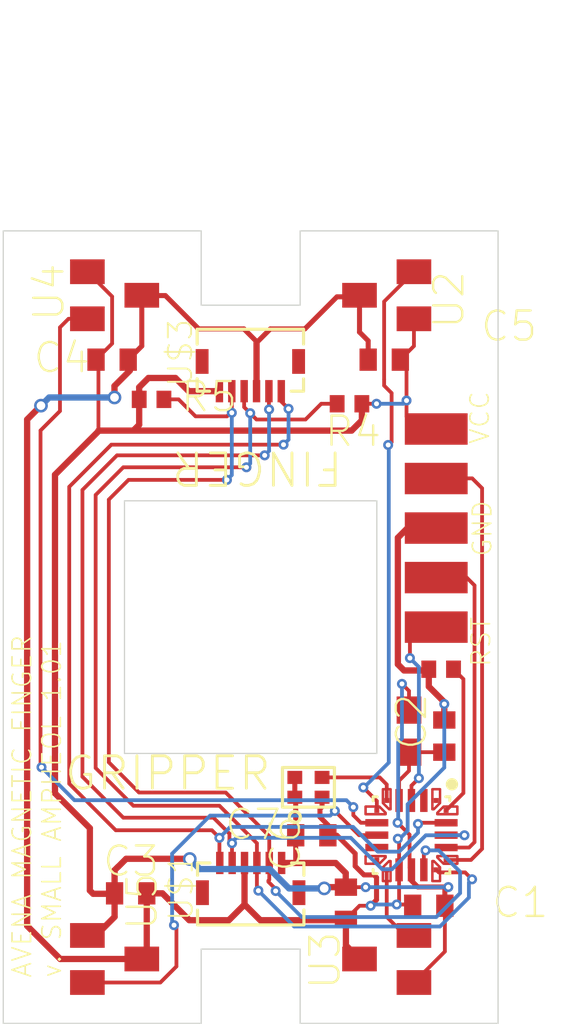
<source format=kicad_pcb>
(kicad_pcb (version 20211014) (generator pcbnew)
  (layers (0 "F.Cu" signal) (31 "B.Cu" signal) (34 "B.Paste" user) (35 "F.Paste" user) (36 "B.SilkS" user "B.Silkscreen") (37 "F.SilkS" user "F.Silkscreen") (38 "B.Mask" user) (39 "F.Mask" user) (44 "Edge.Cuts" user))
  (net 0 "")
  (net 1 "VCC")
  (net 2 "GND")
  (net 3 "N$1")
  (net 4 "OUT1")
  (net 5 "OUT2")
  (net 6 "OUT3")
  (net 7 "OUT4")
  (net 8 "N$2")
  (net 9 "SWCLK")
  (net 10 "SWDIO")
  (net 11 "RST")
  (net 12 "I2C_SCL")
  (net 13 "I2C_SDA")
  (net 14 "UART_TX")
  (net 15 "UART_RX")
  (net 16 "CLOCK")
  (footprint "Magnetic Finger SMALL Ampheol:SMD1,27-2,54" (layer "F.Cu") (at 156.0011 99.0036 90)
    (fp_text reference "PAD2" hide)
    (fp_text value "WIREPADSMD1,27-254")
    (pad "1" smd rect (at 0 0 90) (size 1.27 2.54) (layers "F.Cu" "F.Paste" "F.Mask") (net 9 "SWCLK"))
  )
  (footprint "Magnetic Finger SMALL Ampheol:C0402" (layer "F.Cu") (at 156.3281 109.4036 90)
    (fp_text reference "C2" (at -0.635 -0.635 90) (layer "F.SilkS") (effects (font (size 1.176528 1.176528) (thickness 0.093472)) (justify left bottom)))
    (fp_text value "1uF")
    (pad "1" smd rect (at -0.65 0 90) (size 0.7 0.9) (layers "F.Cu" "F.Paste" "F.Mask") (net 3 "N$1"))
    (pad "2" smd rect (at 0.65 0 90) (size 0.7 0.9) (layers "F.Cu" "F.Paste" "F.Mask") (net 2 "GND"))
  )
  (footprint "Magnetic Finger SMALL Ampheol:SMD1,27-2,54" (layer "F.Cu") (at 156.0011 105.0036 90)
    (fp_text reference "PAD5" hide)
    (fp_text value "WIREPADSMD1,27-254")
    (pad "1" smd rect (at 0 0 90) (size 1.27 2.54) (layers "F.Cu" "F.Paste" "F.Mask") (net 11 "RST"))
  )
  (footprint "Magnetic Finger SMALL Ampheol:R0402" (layer "F.Cu") (at 152.4965 95.9846)
    (fp_text reference "R4" (at -1.0668 1.8034) (layer "F.SilkS") (effects (font (size 1.176528 1.176528) (thickness 0.093472)) (justify left bottom)))
    (fp_text value "")
    (pad "1" smd rect (at -0.5 0) (size 0.6 0.7) (layers "F.Cu" "F.Paste" "F.Mask") (net 13 "I2C_SDA"))
    (pad "2" smd rect (at 0.5 0) (size 0.6 0.7) (layers "F.Cu" "F.Paste" "F.Mask") (net 1 "VCC"))
  )
  (footprint "Magnetic Finger SMALL Ampheol:ASCO-8.000MHZ-EK-T3" (layer "F.Cu") (at 150.2867 111.0722)
    (fp_text reference "U$5" hide)
    (fp_text value "ASCO-8.000MHZ-EK-T3" hide)
    (pad "P$1" smd rect (at 0 0.8) (size 0.6 0.53) (layers "F.Cu" "F.Paste" "F.Mask") (net 1 "VCC"))
    (pad "P$2" smd rect (at 1.1 0.8) (size 0.6 0.53) (layers "F.Cu" "F.Paste" "F.Mask") (net 2 "GND"))
    (pad "P$3" smd rect (at 1.1 0) (size 0.6 0.53) (layers "F.Cu" "F.Paste" "F.Mask") (net 16 "CLOCK"))
    (pad "P$4" smd rect (at 0 0) (size 0.6 0.53) (layers "F.Cu" "F.Paste" "F.Mask") (net 1 "VCC"))
  )
  (footprint "Magnetic Finger SMALL Ampheol:SMD1,27-2,54" (layer "F.Cu") (at 156.0011 101.0036 90)
    (fp_text reference "PAD3" hide)
    (fp_text value "WIREPADSMD1,27-254")
    (pad "1" smd rect (at 0 0 90) (size 1.27 2.54) (layers "F.Cu" "F.Paste" "F.Mask") (net 2 "GND"))
  )
  (footprint "Magnetic Finger SMALL Ampheol:0603" (layer "F.Cu") (at 154.9011 109.2036 90)
    (fp_text reference "L1" hide)
    (fp_text value "33nH/±5%/500mA")
    (pad "1" smd rect (at -0.85 0 90) (size 1.1 1) (layers "F.Cu" "F.Paste" "F.Mask") (net 3 "N$1"))
    (pad "2" smd rect (at 0.85 0 90) (size 1.1 1) (layers "F.Cu" "F.Paste" "F.Mask") (net 1 "VCC"))
  )
  (footprint "Magnetic Finger SMALL Ampheol:SOT23-BEC" (layer "F.Cu") (at 143.0011 118.4036 -90)
    (fp_text reference "U5" (at -1.0922 -1.8034 90) (layer "F.SilkS") (effects (font (size 1.176528 1.176528) (thickness 0.093472)) (justify left bottom)))
    (fp_text value "DRV5056A4")
    (pad "B" smd rect (at -0.95 1.1 270) (size 1 1.4) (layers "F.Cu" "F.Paste" "F.Mask") (net 1 "VCC"))
    (pad "C" smd rect (at 0 -1.1 270) (size 1 1.4) (layers "F.Cu" "F.Paste" "F.Mask") (net 2 "GND"))
    (pad "E" smd rect (at 0.95 1.1 270) (size 1 1.4) (layers "F.Cu" "F.Paste" "F.Mask") (net 6 "OUT3"))
  )
  (footprint "Magnetic Finger SMALL Ampheol:59453-061110ECHLF" (layer "F.Cu") (at 147.2387 95.4766 90)
    (fp_text reference "U$3" (at 0.1052 -1.026 90) (layer "F.SilkS") (effects (font (size 0.941222 0.941222) (thickness 0.074778)) (justify left bottom)))
    (fp_text value "59453-061110ECHLF" hide)
    (pad "P$0" smd rect (at 1.2 -0.7 90) (size 1 0.52) (layers "F.Cu" "F.Paste" "F.Mask"))
    (pad "P$1" smd rect (at 0 0 90) (size 0.9 0.3) (layers "F.Cu" "F.Paste" "F.Mask") (net 1 "VCC"))
    (pad "P$2" smd rect (at 0 0.5 90) (size 0.9 0.3) (layers "F.Cu" "F.Paste" "F.Mask") (net 12 "I2C_SCL"))
    (pad "P$3" smd rect (at 0 1 90) (size 0.9 0.3) (layers "F.Cu" "F.Paste" "F.Mask") (net 13 "I2C_SDA"))
    (pad "P$4" smd rect (at 0 1.5 90) (size 0.9 0.3) (layers "F.Cu" "F.Paste" "F.Mask") (net 2 "GND"))
    (pad "P$5" smd rect (at 0 2 90) (size 0.9 0.3) (layers "F.Cu" "F.Paste" "F.Mask") (net 14 "UART_TX"))
    (pad "P$6" smd rect (at 0 2.5 90) (size 0.9 0.3) (layers "F.Cu" "F.Paste" "F.Mask") (net 15 "UART_RX"))
    (pad "P$8" smd rect (at 1.2 3.2 90) (size 1 0.52) (layers "F.Cu" "F.Paste" "F.Mask"))
  )
  (footprint "Magnetic Finger SMALL Ampheol:C0402" (layer "F.Cu") (at 155.7011 116.2536 180)
    (fp_text reference "C1" (at -2.4892 -0.5588) (layer "F.SilkS") (effects (font (size 1.176528 1.176528) (thickness 0.093472)) (justify left bottom)))
    (fp_text value "100nF")
    (pad "1" smd rect (at -0.65 0 180) (size 0.7 0.9) (layers "F.Cu" "F.Paste" "F.Mask") (net 1 "VCC"))
    (pad "2" smd rect (at 0.65 0 180) (size 0.7 0.9) (layers "F.Cu" "F.Paste" "F.Mask") (net 2 "GND"))
  )
  (footprint "Magnetic Finger SMALL Ampheol:SOT23-BEC" (layer "F.Cu") (at 143.0011 91.6036 -90)
    (fp_text reference "U4" (at 1.1166 1.9642 90) (layer "F.SilkS") (effects (font (size 1.176528 1.176528) (thickness 0.093472)) (justify left bottom)))
    (fp_text value "DRV5056A4")
    (pad "B" smd rect (at -0.95 1.1 270) (size 1 1.4) (layers "F.Cu" "F.Paste" "F.Mask") (net 1 "VCC"))
    (pad "C" smd rect (at 0 -1.1 270) (size 1 1.4) (layers "F.Cu" "F.Paste" "F.Mask") (net 2 "GND"))
    (pad "E" smd rect (at 0.95 1.1 270) (size 1 1.4) (layers "F.Cu" "F.Paste" "F.Mask") (net 5 "OUT2"))
  )
  (footprint "Magnetic Finger SMALL Ampheol:C0402" (layer "F.Cu") (at 150.9725 113.409 180)
    (fp_text reference "C7" (at 3.5814 -0.254) (layer "F.SilkS") (effects (font (size 1.176528 1.176528) (thickness 0.093472)) (justify left bottom)))
    (fp_text value "0,01uF")
    (pad "1" smd rect (at -0.65 0 180) (size 0.7 0.9) (layers "F.Cu" "F.Paste" "F.Mask") (net 2 "GND"))
    (pad "2" smd rect (at 0.65 0 180) (size 0.7 0.9) (layers "F.Cu" "F.Paste" "F.Mask") (net 1 "VCC"))
  )
  (footprint "Magnetic Finger SMALL Ampheol:R0402" (layer "F.Cu") (at 156.2011 106.7036)
    (fp_text reference "R1" hide)
    (fp_text value "100k")
    (pad "1" smd rect (at -0.5 0) (size 0.6 0.7) (layers "F.Cu" "F.Paste" "F.Mask") (net 2 "GND"))
    (pad "2" smd rect (at 0.5 0) (size 0.6 0.7) (layers "F.Cu" "F.Paste" "F.Mask") (net 8 "N$2"))
  )
  (footprint "Magnetic Finger SMALL Ampheol:SOT23-BEC" (layer "F.Cu") (at 154.0011 118.4036 90)
    (fp_text reference "U3" (at -1.2954 -1.8034 90) (layer "F.SilkS") (effects (font (size 1.176528 1.176528) (thickness 0.093472)) (justify left bottom)))
    (fp_text value "DRV5056A4")
    (pad "B" smd rect (at -0.95 1.1 90) (size 1 1.4) (layers "F.Cu" "F.Paste" "F.Mask") (net 1 "VCC"))
    (pad "C" smd rect (at 0 -1.1 90) (size 1 1.4) (layers "F.Cu" "F.Paste" "F.Mask") (net 2 "GND"))
    (pad "E" smd rect (at 0.95 1.1 90) (size 1 1.4) (layers "F.Cu" "F.Paste" "F.Mask") (net 7 "OUT4"))
  )
  (footprint "Magnetic Finger SMALL Ampheol:C0402" (layer "F.Cu") (at 153.9011 94.2036 180)
    (fp_text reference "C5" (at -3.8354 0.6604) (layer "F.SilkS") (effects (font (size 1.176528 1.176528) (thickness 0.093472)) (justify left bottom)))
    (fp_text value "")
    (pad "1" smd rect (at -0.65 0 180) (size 0.7 0.9) (layers "F.Cu" "F.Paste" "F.Mask") (net 1 "VCC"))
    (pad "2" smd rect (at 0.65 0 180) (size 0.7 0.9) (layers "F.Cu" "F.Paste" "F.Mask") (net 2 "GND"))
  )
  (footprint "Magnetic Finger SMALL Ampheol:SMD1,27-2,54" (layer "F.Cu") (at 156.0011 103.0036 90)
    (fp_text reference "PAD4" hide)
    (fp_text value "WIREPADSMD1,27-254")
    (pad "1" smd rect (at 0 0 90) (size 1.27 2.54) (layers "F.Cu" "F.Paste" "F.Mask") (net 10 "SWDIO"))
  )
  (footprint "Magnetic Finger SMALL Ampheol:C0402" (layer "F.Cu") (at 142.9011 94.2036)
    (fp_text reference "C4" (at -3.2512 0.6096) (layer "F.SilkS") (effects (font (size 1.176528 1.176528) (thickness 0.093472)) (justify left bottom)))
    (fp_text value "")
    (pad "1" smd rect (at -0.65 0) (size 0.7 0.9) (layers "F.Cu" "F.Paste" "F.Mask") (net 1 "VCC"))
    (pad "2" smd rect (at 0.65 0) (size 0.7 0.9) (layers "F.Cu" "F.Paste" "F.Mask") (net 2 "GND"))
  )
  (footprint "Magnetic Finger SMALL Ampheol:C0402" (layer "F.Cu") (at 143.6511 115.7536)
    (fp_text reference "C3" (at -1.1938 -0.6096) (layer "F.SilkS") (effects (font (size 1.176528 1.176528) (thickness 0.093472)) (justify left bottom)))
    (fp_text value "")
    (pad "1" smd rect (at -0.65 0) (size 0.7 0.9) (layers "F.Cu" "F.Paste" "F.Mask") (net 1 "VCC"))
    (pad "2" smd rect (at 0.65 0) (size 0.7 0.9) (layers "F.Cu" "F.Paste" "F.Mask") (net 2 "GND"))
  )
  (footprint "Magnetic Finger SMALL Ampheol:R0402" (layer "F.Cu") (at 144.4955 95.8068 180)
    (fp_text reference "R5" (at -1.1176 -0.5842) (layer "F.SilkS") (effects (font (size 1.176528 1.176528) (thickness 0.093472)) (justify left bottom)))
    (fp_text value "")
    (pad "1" smd rect (at -0.5 0 180) (size 0.6 0.7) (layers "F.Cu" "F.Paste" "F.Mask") (net 12 "I2C_SCL"))
    (pad "2" smd rect (at 0.5 0 180) (size 0.6 0.7) (layers "F.Cu" "F.Paste" "F.Mask") (net 1 "VCC"))
  )
  (footprint "Magnetic Finger SMALL Ampheol:SMD1,27-2,54" (layer "F.Cu") (at 156.0011 97.0036 90)
    (fp_text reference "PAD1" hide)
    (fp_text value "WIREPADSMD1,27-254")
    (pad "1" smd rect (at 0 0 90) (size 1.27 2.54) (layers "F.Cu" "F.Paste" "F.Mask") (net 1 "VCC"))
  )
  (footprint "Magnetic Finger SMALL Ampheol:QFN50P300X300X60-20N" (layer "F.Cu") (at 155.0011 113.4036 -90)
    (fp_text reference "U$2" hide)
    (fp_text value "STM32L011F4")
    (fp_poly (pts (xy 1.155 1.297929) (xy 1.155 1.855) (xy 0.845 1.855) (xy 0.845 1.045) (xy 0.902071 1.045)) (layer "F.Cu") (width 0.1) (fill none))
    (fp_poly (pts (xy -1.045 -0.902071) (xy -1.045 -0.845) (xy -1.855 -0.845) (xy -1.855 -1.155) (xy -1.297929 -1.155)) (layer "F.Cu") (width 0.1) (fill none))
    (fp_poly (pts (xy -0.845 1.855) (xy -1.155 1.855) (xy -1.155 1.297929) (xy -0.902071 1.045) (xy -0.845 1.045)) (layer "F.Cu") (width 0.1) (fill none))
    (fp_poly (pts (xy -0.845 -1.045) (xy -0.902071 -1.045) (xy -1.155 -1.297929) (xy -1.155 -1.855) (xy -0.845 -1.855)) (layer "F.Cu") (width 0.1) (fill none))
    (fp_poly (pts (xy 1.155 -1.297929) (xy 0.902071 -1.045) (xy 0.845 -1.045) (xy 0.845 -1.855) (xy 1.155 -1.855)) (layer "F.Cu") (width 0.1) (fill none))
    (fp_poly (pts (xy 1.855 -0.845) (xy 1.045 -0.845) (xy 1.045 -0.902071) (xy 1.297929 -1.155) (xy 1.855 -1.155)) (layer "F.Cu") (width 0.1) (fill none))
    (fp_poly (pts (xy 1.855 1.155) (xy 1.297929 1.155) (xy 1.045 0.902071) (xy 1.045 0.845) (xy 1.855 0.845)) (layer "F.Cu") (width 0.1) (fill none))
    (fp_poly (pts (xy -1.045 0.902071) (xy -1.297929 1.155) (xy -1.855 1.155) (xy -1.855 0.845) (xy -1.045 0.845)) (layer "F.Cu") (width 0.1) (fill none))
    (pad "1" smd rect (at -1.4 -1 270) (size 0.2 0.2) (layers "F.Cu" "F.Paste" "F.Mask"))
    (pad "2" smd rect (at -1.4 -0.5 270) (size 0.9291 0.3) (layers "F.Cu" "F.Paste" "F.Mask"))
    (pad "3" smd rect (at -1.4 0 270) (size 0.9291 0.3) (layers "F.Cu" "F.Paste" "F.Mask") (net 11 "RST"))
    (pad "4" smd rect (at -1.4 0.5 270) (size 0.9291 0.3) (layers "F.Cu" "F.Paste" "F.Mask") (net 3 "N$1"))
    (pad "5" smd rect (at -1.4 1 270) (size 0.2 0.2) (layers "F.Cu" "F.Paste" "F.Mask") (net 16 "CLOCK"))
    (pad "6" smd rect (at -1 1.4) (size 0.2 0.2) (layers "F.Cu" "F.Paste" "F.Mask") (net 4 "OUT1"))
    (pad "7" smd rect (at -0.5 1.4) (size 0.9291 0.3) (layers "F.Cu" "F.Paste" "F.Mask") (net 5 "OUT2"))
    (pad "8" smd rect (at 0 1.4) (size 0.9291 0.3) (layers "F.Cu" "F.Paste" "F.Mask") (net 6 "OUT3"))
    (pad "9" smd rect (at 0.5 1.4) (size 0.9291 0.3) (layers "F.Cu" "F.Paste" "F.Mask"))
    (pad "10" smd rect (at 1 1.4) (size 0.2 0.2) (layers "F.Cu" "F.Paste" "F.Mask"))
    (pad "11" smd rect (at 1.4 1 270) (size 0.2 0.2) (layers "F.Cu" "F.Paste" "F.Mask") (net 7 "OUT4"))
    (pad "12" smd rect (at 1.4 0.5 270) (size 0.9291 0.3) (layers "F.Cu" "F.Paste" "F.Mask") (net 2 "GND"))
    (pad "13" smd rect (at 1.4 0 270) (size 0.9291 0.3) (layers "F.Cu" "F.Paste" "F.Mask") (net 1 "VCC"))
    (pad "14" smd rect (at 1.4 -0.5 270) (size 0.9291 0.3) (layers "F.Cu" "F.Paste" "F.Mask") (net 12 "I2C_SCL"))
    (pad "15" smd rect (at 1.4 -1 270) (size 0.2 0.2) (layers "F.Cu" "F.Paste" "F.Mask") (net 13 "I2C_SDA"))
    (pad "16" smd rect (at 1 -1.4) (size 0.2 0.2) (layers "F.Cu" "F.Paste" "F.Mask") (net 9 "SWCLK"))
    (pad "17" smd rect (at 0.5 -1.4) (size 0.9291 0.3) (layers "F.Cu" "F.Paste" "F.Mask") (net 10 "SWDIO"))
    (pad "18" smd rect (at 0 -1.4) (size 0.9291 0.3) (layers "F.Cu" "F.Paste" "F.Mask") (net 14 "UART_TX"))
    (pad "19" smd rect (at -0.5 -1.4) (size 0.9291 0.3) (layers "F.Cu" "F.Paste" "F.Mask") (net 15 "UART_RX"))
    (pad "20" smd rect (at -1 -1.4) (size 0.2 0.2) (layers "F.Cu" "F.Paste" "F.Mask") (net 8 "N$2"))
  )
  (footprint "Magnetic Finger SMALL Ampheol:59453-061110ECHLF" (layer "F.Cu") (at 149.7533 114.5266 -90)
    (fp_text reference "U$1" (at 2.4094 3.5152 90) (layer "F.SilkS") (effects (font (size 0.941222 0.941222) (thickness 0.074778)) (justify left bottom)))
    (fp_text value "59453-061110ECHLF" hide)
    (pad "P$0" smd rect (at 1.2 -0.7 270) (size 1 0.52) (layers "F.Cu" "F.Paste" "F.Mask"))
    (pad "P$1" smd rect (at 0 0 270) (size 0.9 0.3) (layers "F.Cu" "F.Paste" "F.Mask") (net 1 "VCC"))
    (pad "P$2" smd rect (at 0 0.5 270) (size 0.9 0.3) (layers "F.Cu" "F.Paste" "F.Mask") (net 12 "I2C_SCL"))
    (pad "P$3" smd rect (at 0 1 270) (size 0.9 0.3) (layers "F.Cu" "F.Paste" "F.Mask") (net 13 "I2C_SDA"))
    (pad "P$4" smd rect (at 0 1.5 270) (size 0.9 0.3) (layers "F.Cu" "F.Paste" "F.Mask") (net 2 "GND"))
    (pad "P$5" smd rect (at 0 2 270) (size 0.9 0.3) (layers "F.Cu" "F.Paste" "F.Mask") (net 14 "UART_TX"))
    (pad "P$6" smd rect (at 0 2.5 270) (size 0.9 0.3) (layers "F.Cu" "F.Paste" "F.Mask") (net 15 "UART_RX"))
    (pad "P$8" smd rect (at 1.2 3.2 270) (size 1 0.52) (layers "F.Cu" "F.Paste" "F.Mask"))
  )
  (footprint "Magnetic Finger SMALL Ampheol:SOT23-BEC" (layer "F.Cu") (at 154.0011 91.6036 90)
    (fp_text reference "U2" (at -1.4224 3.2004 90) (layer "F.SilkS") (effects (font (size 1.176528 1.176528) (thickness 0.093472)) (justify left bottom)))
    (fp_text value "DRV5056A4")
    (pad "B" smd rect (at -0.95 1.1 90) (size 1 1.4) (layers "F.Cu" "F.Paste" "F.Mask") (net 1 "VCC"))
    (pad "C" smd rect (at 0 -1.1 90) (size 1 1.4) (layers "F.Cu" "F.Paste" "F.Mask") (net 2 "GND"))
    (pad "E" smd rect (at 0.95 1.1 90) (size 1 1.4) (layers "F.Cu" "F.Paste" "F.Mask") (net 4 "OUT1"))
  )
  (footprint "Magnetic Finger SMALL Ampheol:C0402" (layer "F.Cu") (at 152.3511 116.1536 -90)
    (fp_text reference "C6" (at -1.1938 1.7526 90) (layer "F.SilkS") (effects (font (size 1.176528 1.176528) (thickness 0.093472)) (justify left bottom)))
    (fp_text value "")
    (pad "1" smd rect (at -0.65 0 270) (size 0.7 0.9) (layers "F.Cu" "F.Paste" "F.Mask") (net 1 "VCC"))
    (pad "2" smd rect (at 0.65 0 270) (size 0.7 0.9) (layers "F.Cu" "F.Paste" "F.Mask") (net 2 "GND"))
  )
  (gr_line (start 158.5011 89.0036) (end 150.5011 89.0036) (layer "Edge.Cuts") (width 0.05))
  (gr_line (start 143.4011 110.1036) (end 153.6011 110.1036) (layer "Edge.Cuts") (width 0.05))
  (gr_line (start 146.5011 118.0036) (end 150.5011 118.0036) (layer "Edge.Cuts") (width 0.05))
  (gr_line (start 146.5011 92.0036) (end 150.5011 92.0036) (layer "Edge.Cuts") (width 0.05))
  (gr_line (start 150.5011 118.0036) (end 150.5011 121.0036) (layer "Edge.Cuts") (width 0.05))
  (gr_line (start 158.5011 121.0036) (end 158.5011 89.0036) (layer "Edge.Cuts") (width 0.05))
  (gr_line (start 150.5011 92.0036) (end 150.5011 89.0036) (layer "Edge.Cuts") (width 0.05))
  (gr_line (start 150.5011 121.0036) (end 158.5011 121.0036) (layer "Edge.Cuts") (width 0.05))
  (gr_line (start 153.6011 110.1036) (end 153.6011 99.9036) (layer "Edge.Cuts") (width 0.05))
  (gr_line (start 146.5011 89.0036) (end 146.5011 92.0036) (layer "Edge.Cuts") (width 0.05))
  (gr_line (start 146.5011 121.0036) (end 146.5011 118.0036) (layer "Edge.Cuts") (width 0.05))
  (gr_line (start 146.5011 89.0036) (end 138.5011 89.0036) (layer "Edge.Cuts") (width 0.05))
  (gr_line (start 138.5011 89.0036) (end 138.5011 121.0036) (layer "Edge.Cuts") (width 0.05))
  (gr_line (start 143.4011 99.9036) (end 143.4011 110.1036) (layer "Edge.Cuts") (width 0.05))
  (gr_line (start 138.5011 121.0036) (end 146.5011 121.0036) (layer "Edge.Cuts") (width 0.05))
  (gr_line (start 153.6011 99.9036) (end 143.4011 99.9036) (layer "Edge.Cuts") (width 0.05))
  (gr_text "VCC" (at 158.2011 97.6536 90) (layer "F.SilkS") (effects (font (size 0.747776 0.747776) (thickness 0.065024)) (justify left bottom)))
  (gr_text "GND" (at 158.3011 102.2036 90) (layer "F.SilkS") (effects (font (size 0.747776 0.747776) (thickness 0.065024)) (justify left bottom)))
  (gr_text "FINGER" (at 152.3011 97.8036 180) (layer "F.SilkS") (effects (font (size 1.308608 1.308608) (thickness 0.113792)) (justify left bottom)))
  (gr_text "AVENA MAGNETIC FINGER \nv. SMALL AMPHEOL 1.01 " (at 140.9011 119.2036 90) (layer "F.SilkS") (effects (font (size 0.747776 0.747776) (thickness 0.065024)) (justify left bottom)))
  (gr_text "RST" (at 158.2511 106.6536 90) (layer "F.SilkS") (effects (font (size 0.747776 0.747776) (thickness 0.065024)) (justify left bottom)))
  (gr_text "GRIPPER" (at 140.9007 111.6742) (layer "F.SilkS") (effects (font (size 1.308608 1.308608) (thickness 0.113792)) (justify left bottom)))
  (segment (start 150.3225 111.908) (end 150.3225 113.409) (width 0.2032) (layer "F.Cu") (net 1))
  (segment (start 143.4679 114.3576) (end 143.1385 114.687) (width 0.254) (layer "F.Cu") (net 1))
  (segment (start 140.5915 98.851088) (end 142.348587 97.094) (width 0.254) (layer "F.Cu") (net 1))
  (segment (start 152.9965 96.653) (end 152.9965 95.9846) (width 0.254) (layer "F.Cu") (net 1))
  (segment (start 144.0129 97.0686) (end 152.5809 97.0686) (width 0.254) (layer "F.Cu") (net 1))
  (segment (start 143.9955 96.832) (end 143.7589 97.0686) (width 0.254) (layer "F.Cu") (net 1))
  (segment (start 155.0011 115.241438) (end 155.256412 115.49675) (width 0.2032) (layer "F.Cu") (net 1))
  (segment (start 143.9955 95.8068) (end 143.9955 96.832) (width 0.254) (layer "F.Cu") (net 1))
  (segment (start 150.3225 114.5162) (end 150.3225 113.409) (width 0.2032) (layer "F.Cu") (net 1))
  (segment (start 154.5511 94.2036) (end 154.8011 94.4536) (width 0.1524) (layer "F.Cu") (net 1))
  (segment (start 156.3511 116.2536) (end 156.3511 118.1036) (width 0.1524) (layer "F.Cu") (net 1))
  (segment (start 156.486587 115.49675) (end 155.256412 115.49675) (width 0.2032) (layer "F.Cu") (net 1))
  (segment (start 142.9835 115.7712) (end 143.0011 115.7536) (width 0.254) (layer "F.Cu") (net 1))
  (segment (start 150.2867 111.8722) (end 150.3225 111.908) (width 0.2032) (layer "F.Cu") (net 1))
  (segment (start 140.5915 111.710975) (end 140.5915 98.851088) (width 0.254) (layer "F.Cu") (net 1))
  (segment (start 145.973981 114.3662) (end 145.9637 114.356) (width 0.1524) (layer "F.Cu") (net 1))
  (segment (start 150.3121 114.5266) (end 150.3225 114.5162) (width 0.2032) (layer "F.Cu") (net 1))
  (segment (start 154.8011 94.4536) (end 154.8011 95.8536) (width 0.1524) (layer "F.Cu") (net 1))
  (segment (start 142.9011 91.6536) (end 141.9011 90.6536) (width 0.1524) (layer "F.Cu") (net 1))
  (segment (start 152.3511 115.5036) (end 151.5241 115.5036) (width 0.254) (layer "F.Cu") (net 1))
  (segment (start 152.3511 115.5036) (end 152.3441 115.4966) (width 0.254) (layer "F.Cu") (net 1))
  (segment (start 151.9377 114.5266) (end 150.3121 114.5266) (width 0.254) (layer "F.Cu") (net 1))
  (segment (start 152.3511 115.5036) (end 153.1487 115.5036) (width 0.1524) (layer "F.Cu") (net 1))
  (segment (start 155.1011 93.6536) (end 154.5511 94.2036) (width 0.1524) (layer "F.Cu") (net 1))
  (segment (start 152.3441 114.933) (end 151.9377 114.5266) (width 0.254) (layer "F.Cu") (net 1))
  (segment (start 143.7589 97.0686) (end 144.0129 97.0686) (width 0.254) (layer "F.Cu") (net 1))
  (segment (start 143.0011 116.7036) (end 142.2511 117.4536) (width 0.254) (layer "F.Cu") (net 1))
  (segment (start 156.3511 118.1036) (end 155.1011 119.3536) (width 0.1524) (layer "F.Cu") (net 1))
  (segment (start 155.0011 114.8036) (end 155.0011 115.241438) (width 0.2032) (layer "F.Cu") (net 1))
  (segment (start 152.3441 115.4966) (end 152.3441 114.933) (width 0.254) (layer "F.Cu") (net 1))
  (segment (start 143.9955 97.0512) (end 144.0129 97.0686) (width 0.1524) (layer "F.Cu") (net 1))
  (segment (start 152.9965 95.9846) (end 153.5887 95.9846) (width 0.1524) (layer "F.Cu") (net 1))
  (segment (start 154.9249 113.3854) (end 154.9249 114.7274) (width 0.1524) (layer "F.Cu") (net 1))
  (segment (start 154.8011 96.5036) (end 155.3011 97.0036) (width 0.1524) (layer "F.Cu") (net 1))
  (segment (start 145.9637 114.356) (end 145.9383 114.3814) (width 0.1524) (layer "F.Cu") (net 1))
  (segment (start 154.9011 108.3536) (end 154.9011 107.5796) (width 0.1524) (layer "F.Cu") (net 1))
  (segment (start 142.348587 97.0686) (end 142.348587 97.094) (width 0.1524) (layer "F.Cu") (net 1))
  (segment (start 145.4607 94.9432) (end 145.9941 95.4766) (width 0.254) (layer "F.Cu") (net 1))
  (segment (start 154.9011 107.5796) (end 154.6169 107.2954) (width 0.1524) (layer "F.Cu") (net 1))
  (segment (start 144.3685 94.9432) (end 145.4607 94.9432) (width 0.254) (layer "F.Cu") (net 1))
  (segment (start 152.5809 97.0686) (end 152.9965 96.653) (width 0.254) (layer "F.Cu") (net 1))
  (segment (start 146.0391 114.3662) (end 145.973981 114.3662) (width 0.1524) (layer "F.Cu") (net 1))
  (segment (start 142.1333 115.7712) (end 142.9835 115.7712) (width 0.254) (layer "F.Cu") (net 1))
  (segment (start 142.348587 94.301088) (end 142.348587 97.0686) (width 0.1524) (layer "F.Cu") (net 1))
  (segment (start 143.0011 115.7536) (end 143.0011 116.7036) (width 0.254) (layer "F.Cu") (net 1))
  (segment (start 142.0011 113.120575) (end 142.0011 115.639) (width 0.254) (layer "F.Cu") (net 1))
  (segment (start 145.9383 114.3576) (end 143.4679 114.3576) (width 0.254) (layer "F.Cu") (net 1))
  (segment (start 145.9941 95.4766) (end 147.2387 95.4766) (width 0.254) (layer "F.Cu") (net 1))
  (segment (start 156.3511 116.2536) (end 156.3511 116.2282) (width 0.1524) (layer "F.Cu") (net 1))
  (segment (start 156.3511 116.2536) (end 156.3511 115.639538) (width 0.2032) (layer "F.Cu") (net 1))
  (segment (start 140.5915 111.710975) (end 142.0011 113.120575) (width 0.254) (layer "F.Cu") (net 1))
  (segment (start 143.0011 114.8189) (end 143.0011 115.7536) (width 0.254) (layer "F.Cu") (net 1))
  (segment (start 150.2867 111.0722) (end 150.2867 111.8722) (width 0.2032) (layer "F.Cu") (net 1))
  (segment (start 155.1011 92.5536) (end 155.1011 93.6536) (width 0.1524) (layer "F.Cu") (net 1))
  (segment (start 156.3511 115.639538) (end 156.490237 115.5004) (width 0.2032) (layer "F.Cu") (net 1))
  (segment (start 143.1385 114.687) (end 143.1385 114.6815) (width 0.1524) (layer "F.Cu") (net 1))
  (segment (start 142.9011 93.5536) (end 142.9011 91.6536) (width 0.1524) (layer "F.Cu") (net 1))
  (segment (start 149.7533 114.5266) (end 150.3121 114.5266) (width 0.254) (layer "F.Cu") (net 1))
  (segment (start 145.9383 114.3814) (end 145.9383 114.3576) (width 0.254) (layer "F.Cu") (net 1))
  (segment (start 143.9955 95.8068) (end 143.9955 95.3162) (width 0.254) (layer "F.Cu") (net 1))
  (segment (start 155.3011 97.0036) (end 156.0011 97.0036) (width 0.1524) (layer "F.Cu") (net 1))
  (segment (start 142.2511 117.4536) (end 141.9011 117.4536) (width 0.254) (layer "F.Cu") (net 1))
  (segment (start 154.8011 95.8536) (end 154.8011 96.5036) (width 0.1524) (layer "F.Cu") (net 1))
  (segment (start 151.5241 115.5036) (end 151.4741 115.5536) (width 0.254) (layer "F.Cu") (net 1))
  (segment (start 142.0011 115.639) (end 142.1333 115.7712) (width 0.254) (layer "F.Cu") (net 1))
  (segment (start 143.9955 95.3162) (end 144.3685 94.9432) (width 0.254) (layer "F.Cu") (net 1))
  (segment (start 142.2511 94.2036) (end 142.348587 94.301088) (width 0.1524) (layer "F.Cu") (net 1))
  (segment (start 142.2511 94.2036) (end 142.9011 93.5536) (width 0.1524) (layer "F.Cu") (net 1))
  (segment (start 142.348587 97.0686) (end 143.7589 97.0686) (width 0.254) (layer "F.Cu") (net 1))
  (segment (start 154.4415 112.902) (end 154.9249 113.3854) (width 0.1524) (layer "F.Cu") (net 1))
  (segment (start 156.490237 115.5004) (end 156.486587 115.49675) (width 0.2032) (layer "F.Cu") (net 1))
  (segment (start 143.1385 114.6815) (end 143.0011 114.8189) (width 0.254) (layer "F.Cu") (net 1))
  (segment (start 154.9249 114.7274) (end 155.0011 114.8036) (width 0.1524) (layer "F.Cu") (net 1))
  (via (at 156.490237 115.5004) (size 0.4032) (drill 0.2) (layers "F.Cu" "B.Cu") (net 1))
  (via (at 153.1487 115.5036) (size 0.4032) (drill 0.2) (layers "F.Cu" "B.Cu") (net 1))
  (via (at 153.5887 95.9846) (size 0.4032) (drill 0.2) (layers "F.Cu" "B.Cu") (net 1))
  (via (at 154.6169 107.2954) (size 0.4032) (drill 0.2) (layers "F.Cu" "B.Cu") (net 1))
  (via (at 154.4415 112.902) (size 0.4032) (drill 0.2) (layers "F.Cu" "B.Cu") (net 1))
  (via (at 154.8011 95.8536) (size 0.4032) (drill 0.2) (layers "F.Cu" "B.Cu") (net 1))
  (via (at 151.4741 115.5536) (size 0.5532) (drill 0.35) (layers "F.Cu" "B.Cu") (net 1))
  (via (at 146.0391 114.3662) (size 0.5532) (drill 0.35) (layers "F.Cu" "B.Cu") (net 1))
  (segment (start 146.4455 114.7726) (end 146.0391 114.3662) (width 0.254) (layer "B.Cu") (net 1))
  (segment (start 151.4741 115.5536) (end 150.0511 115.5536) (width 0.254) (layer "B.Cu") (net 1))
  (segment (start 149.2701 114.7726) (end 146.4455 114.7726) (width 0.254) (layer "B.Cu") (net 1))
  (segment (start 150.0511 115.5536) (end 149.2701 114.7726) (width 0.254) (layer "B.Cu") (net 1))
  (segment (start 154.6701 95.9846) (end 154.8011 95.8536) (width 0.1524) (layer "B.Cu") (net 1))
  (segment (start 153.1487 115.5036) (end 156.490237 115.5036) (width 0.1524) (layer "B.Cu") (net 1))
  (segment (start 154.6169 107.2954) (end 154.6169 109.5052) (width 0.1524) (layer "B.Cu") (net 1))
  (segment (start 153.5887 95.9846) (end 154.6701 95.9846) (width 0.1524) (layer "B.Cu") (net 1))
  (segment (start 154.4415 112.902) (end 154.4645 112.879) (width 0.1524) (layer "B.Cu") (net 1))
  (segment (start 154.6169 109.5052) (end 154.4645 109.6576) (width 0.1524) (layer "B.Cu") (net 1))
  (segment (start 156.490237 115.5036) (end 156.490237 115.5004) (width 0.1524) (layer "B.Cu") (net 1))
  (segment (start 154.4645 109.6576) (end 154.4645 112.879) (width 0.1524) (layer "B.Cu") (net 1))
  (segment (start 144.9351 115.7536) (end 146.0195 116.838) (width 0.254) (layer "F.Cu") (net 2))
  (segment (start 146.3751 92.962) (end 148.2293 92.962) (width 0.2032) (layer "F.Cu") (net 2))
  (segment (start 151.3867 112.2582) (end 151.3867 111.8722) (width 0.2032) (layer "F.Cu") (net 2))
  (segment (start 148.2547 116.203) (end 148.2547 116.1776) (width 0.254) (layer "F.Cu") (net 2))
  (segment (start 153.3511 116.2536) (end 152.9011 116.2536) (width 0.1524) (layer "F.Cu") (net 2))
  (segment (start 154.4511 101.3948) (end 154.8423 101.0036) (width 0.254) (layer "F.Cu") (net 2))
  (segment (start 144.1011 93.6536) (end 144.1011 91.6036) (width 0.2032) (layer "F.Cu") (net 2))
  (segment (start 152.9011 118.4036) (end 152.3511 117.8536) (width 0.254) (layer "F.Cu") (net 2))
  (segment (start 143.6154 94.1393) (end 143.5511 94.2036) (width 0.2032) (layer "F.Cu") (net 2))
  (segment (start 140.8033 118.4036) (end 139.4663 117.0666) (width 0.254) (layer "F.Cu") (net 2))
  (segment (start 148.7627 93.4954) (end 148.7387 93.5194) (width 0.1524) (layer "F.Cu") (net 2))
  (segment (start 148.2293 92.962) (end 148.7627 93.4954) (width 0.2032) (layer "F.Cu") (net 2))
  (segment (start 151.6225 113.409) (end 151.6225 112.9922) (width 0.2032) (layer "F.Cu") (net 2))
  (segment (start 148.8897 116.838) (end 148.2547 116.203) (width 0.254) (layer "F.Cu") (net 2))
  (segment (start 144.3011 115.7536) (end 144.5011 115.9536) (width 0.254) (layer "F.Cu") (net 2))
  (segment (start 151.3027 112.6724) (end 151.3027 112.3422) (width 0.2032) (layer "F.Cu") (net 2))
  (segment (start 155.7011 107.4036) (end 155.7011 106.7036) (width 0.254) (layer "F.Cu") (net 2))
  (segment (start 139.4663 117.0666) (end 139.4663 96.6196) (width 0.254) (layer "F.Cu") (net 2))
  (segment (start 153.4871 115.0092) (end 153.5887 115.1108) (width 0.2032) (layer "F.Cu") (net 2))
  (segment (start 145.0543 91.6158) (end 146.3497 92.9112) (width 0.2032) (layer "F.Cu") (net 2))
  (segment (start 143.6154 94.6473) (end 142.9969 95.2658) (width 0.254) (layer "F.Cu") (net 2))
  (segment (start 144.1011 91.6036) (end 144.1133 91.6158) (width 0.2032) (layer "F.Cu") (net 2))
  (segment (start 144.3011 115.7536) (end 144.3011 118.2036) (width 0.254) (layer "F.Cu") (net 2))
  (segment (start 154.5011 114.8036) (end 154.5011 113.5464) (width 0.1524) (layer "F.Cu") (net 2))
  (segment (start 151.9885 91.6666) (end 150.6931 92.962) (width 0.2032) (layer "F.Cu") (net 2))
  (segment (start 152.9011 91.6036) (end 152.8381 91.6666) (width 0.2032) (layer "F.Cu") (net 2))
  (segment (start 151.6225 113.409) (end 151.9885 113.409) (width 0.2032) (layer "F.Cu") (net 2))
  (segment (start 154.8423 101.0036) (end 156.0011 101.0036) (width 0.254) (layer "F.Cu") (net 2))
  (segment (start 146.0195 116.838) (end 147.6197 116.838) (width 0.254) (layer "F.Cu") (net 2))
  (segment (start 153.0807 115.0092) (end 153.4871 115.0092) (width 0.2032) (layer "F.Cu") (net 2))
  (segment (start 146.3497 92.9112) (end 146.3497 92.9366) (width 0.2032) (layer "F.Cu") (net 2))
  (segment (start 152.3511 116.8036) (end 152.3421 116.8126) (width 0.254) (layer "F.Cu") (net 2))
  (segment (start 155.6511 106.7536) (end 154.7011 106.7536) (width 0.254) (layer "F.Cu") (net 2))
  (segment (start 154.4511 106.5036) (end 154.4511 101.3948) (width 0.254) (layer "F.Cu") (net 2))
  (segment (start 144.1011 93.6536) (end 143.6154 94.1393) (width 0.2032) (layer "F.Cu") (net 2))
  (segment (start 144.1011 118.4036) (end 140.8033 118.4036) (width 0.254) (layer "F.Cu") (net 2))
  (segment (start 153.2511 93.4416) (end 152.9027 93.0932) (width 0.2032) (layer "F.Cu") (net 2))
  (segment (start 148.7387 95.4766) (end 148.7387 93.5194) (width 0.254) (layer "F.Cu") (net 2))
  (segment (start 149.2961 92.962) (end 148.7627 93.4954) (width 0.2032) (layer "F.Cu") (net 2))
  (segment (start 152.9011 93.0948) (end 152.9011 91.6036) (width 0.2032) (layer "F.Cu") (net 2))
  (segment (start 148.2533 116.1762) (end 148.2533 114.5266) (width 0.254) (layer "F.Cu") (net 2))
  (segment (start 152.7251 114.6536) (end 153.0807 115.0092) (width 0.2032) (layer "F.Cu") (net 2))
  (segment (start 146.3497 92.9366) (end 146.3751 92.962) (width 0.2032) (layer "F.Cu") (net 2))
  (segment (start 142.9969 95.2658) (end 142.9969 95.7306) (width 0.254) (layer "F.Cu") (net 2))
  (segment (start 154.7011 106.7536) (end 154.4511 106.5036) (width 0.254) (layer "F.Cu") (net 2))
  (segment (start 151.3027 112.3422) (end 151.3867 112.2582) (width 0.2032) (layer "F.Cu") (net 2))
  (segment (start 152.3167 116.838) (end 148.8897 116.838) (width 0.254) (layer "F.Cu") (net 2))
  (segment (start 151.9885 113.409) (end 152.7251 114.1456) (width 0.2032) (layer "F.Cu") (net 2))
  (segment (start 156.3281 108.7536) (end 156.3281 108.109) (width 0.1524) (layer "F.Cu") (net 2))
  (segment (start 151.6225 112.9922) (end 151.3027 112.6724) (width 0.2032) (layer "F.Cu") (net 2))
  (segment (start 144.3011 118.2036) (end 144.1011 118.4036) (width 0.254) (layer "F.Cu") (net 2))
  (segment (start 155.0011 116.2036) (end 155.0511 116.2536) (width 0.1524) (layer "F.Cu") (net 2))
  (segment (start 152.8381 91.6666) (end 151.9885 91.6666) (width 0.2032) (layer "F.Cu") (net 2))
  (segment (start 152.3511 117.8536) (end 152.3511 116.8036) (width 0.254) (layer "F.Cu") (net 2))
  (segment (start 144.1133 91.6158) (end 145.0543 91.6158) (width 0.2032) (layer "F.Cu") (net 2))
  (segment (start 150.6931 92.962) (end 149.2961 92.962) (width 0.2032) (layer "F.Cu") (net 2))
  (segment (start 156.3281 108.7536) (end 156.3281 108.0306) (width 0.254) (layer "F.Cu") (net 2))
  (segment (start 144.3011 115.7536) (end 144.9351 115.7536) (width 0.254) (layer "F.Cu") (net 2))
  (segment (start 154.5011 116.1084) (end 154.4059 116.2036) (width 0.1524) (layer "F.Cu") (net 2))
  (segment (start 154.5011 113.5464) (end 154.4503 113.5464) (width 0.1524) (layer "F.Cu") (net 2))
  (segment (start 152.3511 116.6536) (end 152.3511 116.8036) (width 0.254) (layer "F.Cu") (net 2))
  (segment (start 152.7251 114.1456) (end 152.7251 114.6536) (width 0.2032) (layer "F.Cu") (net 2))
  (segment (start 143.6154 94.1393) (end 143.6154 94.6473) (width 0.254) (layer "F.Cu") (net 2))
  (segment (start 156.3281 108.0306) (end 155.7011 107.4036) (width 0.254) (layer "F.Cu") (net 2))
  (segment (start 152.3511 116.8036) (end 152.3167 116.838) (width 0.254) (layer "F.Cu") (net 2))
  (segment (start 155.7011 106.7036) (end 155.6511 106.7536) (width 0.254) (layer "F.Cu") (net 2))
  (segment (start 154.5011 114.8036) (end 154.5011 116.1084) (width 0.1524) (layer "F.Cu") (net 2))
  (segment (start 154.4059 116.2036) (end 155.0011 116.2036) (width 0.1524) (layer "F.Cu") (net 2))
  (segment (start 152.9011 116.2536) (end 152.3511 116.8036) (width 0.1524) (layer "F.Cu") (net 2))
  (segment (start 153.2511 94.2036) (end 153.2511 93.4416) (width 0.2032) (layer "F.Cu") (net 2))
  (segment (start 147.6197 116.838) (end 148.2547 116.203) (width 0.254) (layer "F.Cu") (net 2))
  (segment (start 140.0251 96.0608) (end 139.4663 96.6196) (width 0.254) (layer "F.Cu") (net 2))
  (segment (start 153.5887 116.016) (end 153.3511 116.2536) (width 0.2032) (layer "F.Cu") (net 2))
  (segment (start 153.5887 115.1108) (end 153.5887 116.016) (width 0.2032) (layer "F.Cu") (net 2))
  (segment (start 148.2547 116.1776) (end 148.2533 116.1762) (width 0.254) (layer "F.Cu") (net 2))
  (segment (start 152.9027 93.0932) (end 152.9011 93.0948) (width 0.2032) (layer "F.Cu") (net 2))
  (segment (start 152.1511 116.8036) (end 152.3511 116.8036) (width 0.254) (layer "F.Cu") (net 2))
  (via (at 154.4059 116.2036) (size 0.4032) (drill 0.2) (layers "F.Cu" "B.Cu") (net 2))
  (via (at 153.3511 116.2536) (size 0.4032) (drill 0.2) (layers "F.Cu" "B.Cu") (net 2))
  (via (at 142.9969 95.7306) (size 0.5532) (drill 0.35) (layers "F.Cu" "B.Cu") (net 2))
  (via (at 156.3281 108.109) (size 0.4032) (drill 0.2) (layers "F.Cu" "B.Cu") (net 2))
  (via (at 154.4503 113.5464) (size 0.4032) (drill 0.2) (layers "F.Cu" "B.Cu") (net 2))
  (via (at 140.0251 96.0608) (size 0.5532) (drill 0.35) (layers "F.Cu" "B.Cu") (net 2))
  (segment (start 154.8463 113.2266) (end 154.526481 113.546419) (width 0.1524) (layer "B.Cu") (net 2))
  (segment (start 140.0251 96.0608) (end 140.3553 95.7306) (width 0.254) (layer "B.Cu") (net 2))
  (segment (start 142.9969 95.7306) (end 140.3553 95.7306) (width 0.254) (layer "B.Cu") (net 2))
  (segment (start 154.8463 112.1584) (end 156.3281 110.6766) (width 0.1524) (layer "B.Cu") (net 2))
  (segment (start 154.4503 113.5464) (end 154.526481 113.546419) (width 0.1524) (layer "B.Cu") (net 2))
  (segment (start 153.4011 116.2036) (end 153.3511 116.2536) (width 0.1524) (layer "B.Cu") (net 2))
  (segment (start 156.3281 110.6766) (end 156.3281 108.109) (width 0.1524) (layer "B.Cu") (net 2))
  (segment (start 154.8463 113.2266) (end 154.8463 112.1584) (width 0.1524) (layer "B.Cu") (net 2))
  (segment (start 154.4059 116.2036) (end 153.4011 116.2036) (width 0.1524) (layer "B.Cu") (net 2))
  (segment (start 154.5011 111.2036) (end 154.9011 110.8036) (width 0.1524) (layer "F.Cu") (net 3))
  (segment (start 156.3281 110.0536) (end 154.9011 110.0536) (width 0.1524) (layer "F.Cu") (net 3))
  (segment (start 154.9011 110.8036) (end 154.9011 110.0536) (width 0.1524) (layer "F.Cu") (net 3))
  (segment (start 154.5011 112.0036) (end 154.5011 111.2036) (width 0.1524) (layer "F.Cu") (net 3))
  (segment (start 153.8995 94.9937) (end 153.8963 94.9969) (width 0.1524) (layer "F.Cu") (net 4))
  (segment (start 154.0713 97.661) (end 154.0586 97.6483) (width 0.1524) (layer "F.Cu") (net 4))
  (segment (start 155.1011 90.6536) (end 153.8963 91.8584) (width 0.1524) (layer "F.Cu") (net 4))
  (segment (start 154.1983 97.534) (end 154.0713 97.661) (width 0.1524) (layer "F.Cu") (net 4))
  (segment (start 154.1983 95.5528) (end 154.1983 97.534) (width 0.1524) (layer "F.Cu") (net 4))
  (segment (start 153.8963 95.2508) (end 154.1983 95.5528) (width 0.1524) (layer "F.Cu") (net 4))
  (segment (start 155.1511 90.6536) (end 155.1011 90.6536) (width 0.1524) (layer "F.Cu") (net 4))
  (segment (start 153.0553 111.4786) (end 153.6011 112.0244) (width 0.1524) (layer "F.Cu") (net 4))
  (segment (start 153.8963 91.8584) (end 153.8963 94.9969) (width 0.1524) (layer "F.Cu") (net 4))
  (segment (start 153.6011 112.0244) (end 153.6011 112.4036) (width 0.1524) (layer "F.Cu") (net 4))
  (segment (start 153.8963 94.9969) (end 153.8963 95.2508) (width 0.1524) (layer "F.Cu") (net 4))
  (via (at 154.0586 97.6483) (size 0.4032) (drill 0.2) (layers "F.Cu" "B.Cu") (net 4))
  (via (at 153.0553 111.4786) (size 0.4032) (drill 0.2) (layers "F.Cu" "B.Cu") (net 4))
  (segment (start 154.0837 97.6734) (end 154.0837 110.4756) (width 0.1524) (layer "B.Cu") (net 4))
  (segment (start 153.0807 111.4786) (end 153.0553 111.4786) (width 0.1524) (layer "B.Cu") (net 4))
  (segment (start 154.0586 97.6483) (end 154.0837 97.6734) (width 0.1524) (layer "B.Cu") (net 4))
  (segment (start 154.0837 110.4756) (end 153.0807 111.4786) (width 0.1524) (layer "B.Cu") (net 4))
  (segment (start 152.6511 112.5984) (end 152.9563 112.9036) (width 0.1524) (layer "F.Cu") (net 5))
  (segment (start 152.9563 112.9036) (end 153.6011 112.9036) (width 0.1524) (layer "F.Cu") (net 5))
  (segment (start 152.6511 112.271463) (end 152.6511 112.5984) (width 0.1524) (layer "F.Cu") (net 5))
  (segment (start 141.1391 92.5536) (end 140.7931 92.8996) (width 0.1524) (layer "F.Cu") (net 5))
  (segment (start 140.7931 96.277513) (end 140.0073 97.063313) (width 0.1524) (layer "F.Cu") (net 5))
  (segment (start 140.0469 110.6612) (end 140.0073 110.6216) (width 0.1524) (layer "F.Cu") (net 5))
  (segment (start 140.0073 97.063313) (end 140.0073 110.6216) (width 0.1524) (layer "F.Cu") (net 5))
  (segment (start 140.7931 96.277513) (end 140.7931 92.8996) (width 0.1524) (layer "F.Cu") (net 5))
  (segment (start 141.1391 92.5536) (end 141.9011 92.5536) (width 0.1524) (layer "F.Cu") (net 5))
  (via (at 140.0469 110.6612) (size 0.4032) (drill 0.2) (layers "F.Cu" "B.Cu") (net 5))
  (via (at 152.6511 112.271463) (size 0.4032) (drill 0.2) (layers "F.Cu" "B.Cu") (net 5))
  (segment (start 152.3717 111.992063) (end 141.377762 111.992063) (width 0.1524) (layer "B.Cu") (net 5))
  (segment (start 152.6511 112.271463) (end 152.3717 111.992063) (width 0.1524) (layer "B.Cu") (net 5))
  (segment (start 140.0469 110.6612) (end 141.377762 111.992063) (width 0.1524) (layer "B.Cu") (net 5))
  (segment (start 145.5011 117.1364) (end 145.5011 118.7036) (width 0.1524) (layer "F.Cu") (net 6))
  (segment (start 151.9805 112.502463) (end 151.9043 112.426263) (width 0.1524) (layer "F.Cu") (net 6))
  (segment (start 145.4027 117.038) (end 145.5011 117.1364) (width 0.1524) (layer "F.Cu") (net 6))
  (segment (start 144.8511 119.3536) (end 141.9011 119.3536) (width 0.1524) (layer "F.Cu") (net 6))
  (segment (start 145.5011 118.7036) (end 144.8511 119.3536) (width 0.1524) (layer "F.Cu") (net 6))
  (segment (start 152.881637 113.4036) (end 153.6011 113.4036) (width 0.1524) (layer "F.Cu") (net 6))
  (segment (start 151.9043 112.426263) (end 152.881637 113.4036) (width 0.1524) (layer "F.Cu") (net 6))
  (via (at 145.4027 117.038) (size 0.4032) (drill 0.2) (layers "F.Cu" "B.Cu") (net 6))
  (via (at 151.9043 112.426263) (size 0.4032) (drill 0.2) (layers "F.Cu" "B.Cu") (net 6))
  (segment (start 145.3265 114.150675) (end 146.863512 112.613663) (width 0.1524) (layer "B.Cu") (net 6))
  (segment (start 145.4027 117.038) (end 145.3265 116.9618) (width 0.1524) (layer "B.Cu") (net 6))
  (segment (start 151.7169 112.613663) (end 146.863512 112.613663) (width 0.1524) (layer "B.Cu") (net 6))
  (segment (start 151.9043 112.426263) (end 151.7169 112.613663) (width 0.1524) (layer "B.Cu") (net 6))
  (segment (start 145.3265 114.150675) (end 145.3265 116.9618) (width 0.1524) (layer "B.Cu") (net 6))
  (segment (start 154.0011 116.7036) (end 154.0011 116.0506) (width 0.1524) (layer "F.Cu") (net 7))
  (segment (start 155.1011 117.4536) (end 154.7511 117.4536) (width 0.1524) (layer "F.Cu") (net 7))
  (segment (start 155.1011 117.4536) (end 154.9011 117.2536) (width 0.254) (layer "F.Cu") (net 7))
  (segment (start 154.0011 116.0506) (end 154.0011 114.8036) (width 0.1524) (layer "F.Cu") (net 7))
  (segment (start 154.7511 117.4536) (end 154.0011 116.7036) (width 0.1524) (layer "F.Cu") (net 7))
  (segment (start 156.7011 106.7036) (end 157.1011 107.1036) (width 0.1524) (layer "F.Cu") (net 8))
  (segment (start 157.1011 107.1036) (end 157.1011 111.7036) (width 0.1524) (layer "F.Cu") (net 8))
  (segment (start 157.1011 111.7036) (end 156.4011 112.4036) (width 0.1524) (layer "F.Cu") (net 8))
  (segment (start 157.8553 99.3958) (end 157.4567 98.9972) (width 0.1524) (layer "F.Cu") (net 9))
  (segment (start 157.4567 98.9972) (end 156.0075 98.9972) (width 0.1524) (layer "F.Cu") (net 9))
  (segment (start 156.0011 99.0036) (end 156.0075 98.9972) (width 0.1524) (layer "F.Cu") (net 9))
  (segment (start 156.4011 114.4036) (end 157.4075 114.4036) (width 0.1524) (layer "F.Cu") (net 9))
  (segment (start 157.4075 114.4036) (end 157.8553 113.9558) (width 0.1524) (layer "F.Cu") (net 9))
  (segment (start 157.8553 113.9558) (end 157.8553 99.3958) (width 0.1524) (layer "F.Cu") (net 9))
  (segment (start 157.2345 103.0036) (end 156.0011 103.0036) (width 0.1524) (layer "F.Cu") (net 10))
  (segment (start 157.3313 113.9036) (end 157.5505 113.6844) (width 0.1524) (layer "F.Cu") (net 10))
  (segment (start 157.5505 103.3196) (end 157.2345 103.0036) (width 0.1524) (layer "F.Cu") (net 10))
  (segment (start 156.4011 113.9036) (end 157.3313 113.9036) (width 0.1524) (layer "F.Cu") (net 10))
  (segment (start 157.5505 113.6844) (end 157.5505 103.3196) (width 0.1524) (layer "F.Cu") (net 10))
  (segment (start 155.0011 111.4036) (end 155.3011 111.1036) (width 0.1524) (layer "F.Cu") (net 11))
  (segment (start 154.9385 105.5662) (end 155.5011 105.0036) (width 0.1524) (layer "F.Cu") (net 11))
  (segment (start 155.0011 112.0036) (end 155.0011 111.4036) (width 0.1524) (layer "F.Cu") (net 11))
  (segment (start 155.5011 105.0036) (end 156.0011 105.0036) (width 0.1524) (layer "F.Cu") (net 11))
  (segment (start 154.9385 106.2536) (end 154.9385 105.5662) (width 0.1524) (layer "F.Cu") (net 11))
  (via (at 154.9385 106.2536) (size 0.4032) (drill 0.2) (layers "F.Cu" "B.Cu") (net 11))
  (via (at 155.3011 111.1036) (size 0.4032) (drill 0.2) (layers "F.Cu" "B.Cu") (net 11))
  (segment (start 155.3011 111.1036) (end 155.3011 106.6162) (width 0.1524) (layer "B.Cu") (net 11))
  (segment (start 155.3011 106.6162) (end 154.9385 106.2536) (width 0.1524) (layer "B.Cu") (net 11))
  (segment (start 146.2735 96.4926) (end 147.5435 96.4926) (width 0.1524) (layer "F.Cu") (net 12))
  (segment (start 149.5247 115.5934) (end 149.5247 115.6442) (width 0.1524) (layer "F.Cu") (net 12))
  (segment (start 144.9955 95.8068) (end 145.5877 95.8068) (width 0.1524) (layer "F.Cu") (net 12))
  (segment (start 155.5011 114.0874) (end 155.5699 114.0186) (width 0.1524) (layer "F.Cu") (net 12))
  (segment (start 142.7683 110.4626) (end 142.7683 99.8539) (width 0.1524) (layer "F.Cu") (net 12))
  (segment (start 149.5247 115.6442) (end 149.51104 115.65786) (width 0.1524) (layer "F.Cu") (net 12))
  (segment (start 147.687906 96.348194) (end 147.5435 96.4926) (width 0.1524) (layer "F.Cu") (net 12))
  (segment (start 149.2199 115.2886) (end 149.5247 115.5934) (width 0.1524) (layer "F.Cu") (net 12))
  (segment (start 147.4927 111.6818) (end 143.9875 111.6818) (width 0.1524) (layer "F.Cu") (net 12))
  (segment (start 149.2533 113.4424) (end 147.4927 111.6818) (width 0.1524) (layer "F.Cu") (net 12))
  (segment (start 149.2533 114.5266) (end 149.2533 115.2044) (width 0.1524) (layer "F.Cu") (net 12))
  (segment (start 149.2199 115.2378) (end 149.2199 115.2886) (width 0.1524) (layer "F.Cu") (net 12))
  (segment (start 142.7683 99.8539) (end 143.5642 99.058) (width 0.1524) (layer "F.Cu") (net 12))
  (segment (start 149.2533 114.5266) (end 149.2533 113.4424) (width 0.1524) (layer "F.Cu") (net 12))
  (segment (start 149.2533 115.2044) (end 149.2199 115.2378) (width 0.1524) (layer "F.Cu") (net 12))
  (segment (start 143.5642 99.058) (end 147.5435 99.058) (width 0.1524) (layer "F.Cu") (net 12))
  (segment (start 145.5877 95.8068) (end 146.2735 96.4926) (width 0.1524) (layer "F.Cu") (net 12))
  (segment (start 147.7387 95.4766) (end 147.7387 96.3482) (width 0.1524) (layer "F.Cu") (net 12))
  (segment (start 155.5011 114.8036) (end 155.5011 114.0874) (width 0.1524) (layer "F.Cu") (net 12))
  (segment (start 147.687906 96.348194) (end 147.7387 96.3482) (width 0.1524) (layer "F.Cu") (net 12))
  (segment (start 143.9875 111.6818) (end 142.7683 110.4626) (width 0.1524) (layer "F.Cu") (net 12))
  (via (at 147.7387 96.3482) (size 0.4032) (drill 0.2) (layers "F.Cu" "B.Cu") (net 12))
  (via (at 155.5699 114.0186) (size 0.4032) (drill 0.2) (layers "F.Cu" "B.Cu") (net 12))
  (via (at 147.5435 99.058) (size 0.4032) (drill 0.2) (layers "F.Cu" "B.Cu") (net 12))
  (via (at 149.51104 115.65786) (size 0.4032) (drill 0.2) (layers "F.Cu" "B.Cu") (net 12))
  (segment (start 156.0017 116.711) (end 156.9669 115.7458) (width 0.1524) (layer "B.Cu") (net 12))
  (segment (start 156.9669 114.8822) (end 156.9669 115.7458) (width 0.1524) (layer "B.Cu") (net 12))
  (segment (start 150.564181 116.711) (end 156.0017 116.711) (width 0.1524) (layer "B.Cu") (net 12))
  (segment (start 156.1033 114.0186) (end 155.5699 114.0186) (width 0.1524) (layer "B.Cu") (net 12))
  (segment (start 149.51104 115.65786) (end 150.564181 116.711) (width 0.1524) (layer "B.Cu") (net 12))
  (segment (start 147.7387 98.8628) (end 147.5435 99.058) (width 0.1524) (layer "B.Cu") (net 12))
  (segment (start 156.9669 114.8822) (end 156.1033 114.0186) (width 0.1524) (layer "B.Cu") (net 12))
  (segment (start 147.7387 96.3482) (end 147.7387 98.8628) (width 0.1524) (layer "B.Cu") (net 12))
  (segment (start 143.7589 112.2152) (end 142.2349 110.6912) (width 0.1524) (layer "F.Cu") (net 13))
  (segment (start 150.7185 96.6196) (end 148.7373 96.6196) (width 0.1524) (layer "F.Cu") (net 13))
  (segment (start 148.7533 113.7298) (end 147.2387 112.2152) (width 0.1524) (layer "F.Cu") (net 13))
  (segment (start 148.2387 96.121) (end 148.4833 96.3656) (width 0.1524) (layer "F.Cu") (net 13))
  (segment (start 156.1051 114.9076) (end 156.0011 114.8036) (width 0.1524) (layer "F.Cu") (net 13))
  (segment (start 151.3535 95.9846) (end 150.7185 96.6196) (width 0.1524) (layer "F.Cu") (net 13))
  (segment (start 157.1701 114.9076) (end 156.1051 114.9076) (width 0.1524) (layer "F.Cu") (net 13))
  (segment (start 148.7533 115.584) (end 148.8135 115.6442) (width 0.1524) (layer "F.Cu") (net 13))
  (segment (start 142.2349 99.6676) (end 143.3525 98.55) (width 0.1524) (layer "F.Cu") (net 13))
  (segment (start 143.3525 98.55) (end 148.3309 98.55) (width 0.1524) (layer "F.Cu") (net 13))
  (segment (start 148.7373 96.6196) (end 148.4833 96.3656) (width 0.1524) (layer "F.Cu") (net 13))
  (segment (start 142.2349 110.6912) (end 142.2349 99.6676) (width 0.1524) (layer "F.Cu") (net 13))
  (segment (start 148.2387 95.4766) (end 148.2387 96.121) (width 0.1524) (layer "F.Cu") (net 13))
  (segment (start 151.9965 95.9846) (end 151.3535 95.9846) (width 0.1524) (layer "F.Cu") (net 13))
  (segment (start 148.7533 114.5266) (end 148.7533 113.7298) (width 0.1524) (layer "F.Cu") (net 13))
  (segment (start 157.4495 115.187) (end 157.1701 114.9076) (width 0.1524) (layer "F.Cu") (net 13))
  (segment (start 147.2387 112.2152) (end 143.7589 112.2152) (width 0.1524) (layer "F.Cu") (net 13))
  (segment (start 148.7533 114.5266) (end 148.7533 115.584) (width 0.1524) (layer "F.Cu") (net 13))
  (via (at 148.4833 96.3656) (size 0.4032) (drill 0.2) (layers "F.Cu" "B.Cu") (net 13))
  (via (at 157.4495 115.187) (size 0.4032) (drill 0.2) (layers "F.Cu" "B.Cu") (net 13))
  (via (at 148.8135 115.6442) (size 0.4032) (drill 0.2) (layers "F.Cu" "B.Cu") (net 13))
  (via (at 148.3309 98.55) (size 0.4032) (drill 0.2) (layers "F.Cu" "B.Cu") (net 13))
  (segment (start 150.2613 117.092) (end 156.1541 117.092) (width 0.1524) (layer "B.Cu") (net 13))
  (segment (start 157.3225 115.9236) (end 156.1541 117.092) (width 0.1524) (layer "B.Cu") (net 13))
  (segment (start 148.4833 98.3976) (end 148.3309 98.55) (width 0.1524) (layer "B.Cu") (net 13))
  (segment (start 148.4833 96.3656) (end 148.4833 98.3976) (width 0.1524) (layer "B.Cu") (net 13))
  (segment (start 148.8135 115.6442) (end 150.2613 117.092) (width 0.1524) (layer "B.Cu") (net 13))
  (segment (start 157.3225 115.314) (end 157.3225 115.9236) (width 0.1524) (layer "B.Cu") (net 13))
  (segment (start 157.4495 115.187) (end 157.3225 115.314) (width 0.1524) (layer "B.Cu") (net 13))
  (segment (start 147.7533 114.5266) (end 147.7467 114.52) (width 0.1524) (layer "F.Cu") (net 14))
  (segment (start 149.2453 96.2132) (end 149.2387 96.2066) (width 0.1524) (layer "F.Cu") (net 14))
  (segment (start 147.6435 113.626463) (end 147.6435 113.342925) (width 0.1524) (layer "F.Cu") (net 14))
  (segment (start 149.2387 95.4766) (end 149.2387 96.2066) (width 0.1524) (layer "F.Cu") (net 14))
  (segment (start 147.7467 113.729663) (end 147.6435 113.626463) (width 0.1524) (layer "F.Cu") (net 14))
  (segment (start 147.7467 113.729663) (end 147.7467 114.52) (width 0.1524) (layer "F.Cu") (net 14))
  (segment (start 156.4011 113.4036) (end 157.1377 113.4036) (width 0.1524) (layer "F.Cu") (net 14))
  (segment (start 147.6435 113.342925) (end 146.998375 112.6978) (width 0.1524) (layer "F.Cu") (net 14))
  (segment (start 143.3525 112.6978) (end 141.7015 111.0468) (width 0.1524) (layer "F.Cu") (net 14))
  (segment (start 143.0985 98.0674) (end 149.0675 98.0674) (width 0.1524) (layer "F.Cu") (net 14))
  (segment (start 157.1431 113.409) (end 157.1377 113.4036) (width 0.1524) (layer "F.Cu") (net 14))
  (segment (start 146.998375 112.6978) (end 143.3525 112.6978) (width 0.1524) (layer "F.Cu") (net 14))
  (segment (start 141.7015 111.0468) (end 141.7015 99.4644) (width 0.1524) (layer "F.Cu") (net 14))
  (segment (start 141.7015 99.4644) (end 143.0985 98.0674) (width 0.1524) (layer "F.Cu") (net 14))
  (via (at 149.2453 96.2132) (size 0.4032) (drill 0.2) (layers "F.Cu" "B.Cu") (net 14))
  (via (at 147.7467 113.729663) (size 0.4032) (drill 0.2) (layers "F.Cu" "B.Cu") (net 14))
  (via (at 157.1431 113.409) (size 0.4032) (drill 0.2) (layers "F.Cu" "B.Cu") (net 14))
  (via (at 149.0675 98.0674) (size 0.4032) (drill 0.2) (layers "F.Cu" "B.Cu") (net 14))
  (segment (start 149.2453 96.2132) (end 149.2453 97.8896) (width 0.1524) (layer "B.Cu") (net 14))
  (segment (start 152.5473 113.5106) (end 147.9245 113.5106) (width 0.1524) (layer "B.Cu") (net 14))
  (segment (start 149.2453 97.8896) (end 149.0675 98.0674) (width 0.1524) (layer "B.Cu") (net 14))
  (segment (start 157.1431 113.409) (end 155.5818 113.409) (width 0.1524) (layer "B.Cu") (net 14))
  (segment (start 153.8173 114.7806) (end 152.5473 113.5106) (width 0.1524) (layer "B.Cu") (net 14))
  (segment (start 147.9245 113.5106) (end 147.7467 113.6884) (width 0.1524) (layer "B.Cu") (net 14))
  (segment (start 154.2102 114.7806) (end 153.8173 114.7806) (width 0.1524) (layer "B.Cu") (net 14))
  (segment (start 147.7467 113.6884) (end 147.7467 113.729663) (width 0.1524) (layer "B.Cu") (net 14))
  (segment (start 155.5818 113.409) (end 154.2102 114.7806) (width 0.1524) (layer "B.Cu") (net 14))
  (segment (start 143.0477 113.2058) (end 141.1681 111.3262) (width 0.1524) (layer "F.Cu") (net 15))
  (segment (start 149.7387 95.4766) (end 149.7387 95.8938) (width 0.1524) (layer "F.Cu") (net 15))
  (segment (start 155.3133 112.9036) (end 155.2651 112.9518) (width 0.1524) (layer "F.Cu") (net 15))
  (segment (start 141.1681 99.3374) (end 142.8699 97.6356) (width 0.1524) (layer "F.Cu") (net 15))
  (segment (start 156.4011 112.9036) (end 156.2995 112.9036) (width 0.1524) (layer "F.Cu") (net 15))
  (segment (start 147.2387 113.5106) (end 147.2387 114.512) (width 0.1524) (layer "F.Cu") (net 15))
  (segment (start 150.0327 96.1878) (end 149.7387 95.8938) (width 0.1524) (layer "F.Cu") (net 15))
  (segment (start 156.4011 112.9036) (end 155.3133 112.9036) (width 0.1524) (layer "F.Cu") (net 15))
  (segment (start 147.2387 113.5106) (end 146.9339 113.2058) (width 0.1524) (layer "F.Cu") (net 15))
  (segment (start 147.2533 114.5266) (end 147.2387 114.512) (width 0.1524) (layer "F.Cu") (net 15))
  (segment (start 141.1681 111.3262) (end 141.1681 99.3374) (width 0.1524) (layer "F.Cu") (net 15))
  (segment (start 146.9339 113.2058) (end 143.0477 113.2058) (width 0.1524) (layer "F.Cu") (net 15))
  (segment (start 142.8699 97.6356) (end 149.8295 97.6356) (width 0.1524) (layer "F.Cu") (net 15))
  (via (at 155.2651 112.9518) (size 0.4032) (drill 0.2) (layers "F.Cu" "B.Cu") (net 15))
  (via (at 149.8295 97.6356) (size 0.4032) (drill 0.2) (layers "F.Cu" "B.Cu") (net 15))
  (via (at 150.0327 96.1878) (size 0.4032) (drill 0.2) (layers "F.Cu" "B.Cu") (net 15))
  (via (at 147.2387 113.5106) (size 0.4032) (drill 0.2) (layers "F.Cu" "B.Cu") (net 15))
  (segment (start 152.640962 113.070863) (end 147.678437 113.070863) (width 0.1524) (layer "B.Cu") (net 15))
  (segment (start 153.6395 114.0694) (end 152.640962 113.070863) (width 0.1524) (layer "B.Cu") (net 15))
  (segment (start 155.2651 112.9518) (end 155.2651 113.3074) (width 0.1524) (layer "B.Cu") (net 15))
  (segment (start 150.0327 96.1878) (end 150.0327 97.4324) (width 0.1524) (layer "B.Cu") (net 15))
  (segment (start 155.2651 113.3074) (end 154.5031 114.0694) (width 0.1524) (layer "B.Cu") (net 15))
  (segment (start 154.5031 114.0694) (end 153.6395 114.0694) (width 0.1524) (layer "B.Cu") (net 15))
  (segment (start 147.678437 113.070863) (end 147.2387 113.5106) (width 0.1524) (layer "B.Cu") (net 15))
  (segment (start 150.0327 97.4324) (end 149.8295 97.6356) (width 0.1524) (layer "B.Cu") (net 15))
  (segment (start 153.7157 111.0722) (end 151.3867 111.0722) (width 0.1524) (layer "F.Cu") (net 16))
  (segment (start 154.0011 111.3576) (end 153.7157 111.0722) (width 0.1524) (layer "F.Cu") (net 16))
  (segment (start 154.0011 112.0036) (end 154.0011 111.3576) (width 0.1524) (layer "F.Cu") (net 16))
)
</source>
